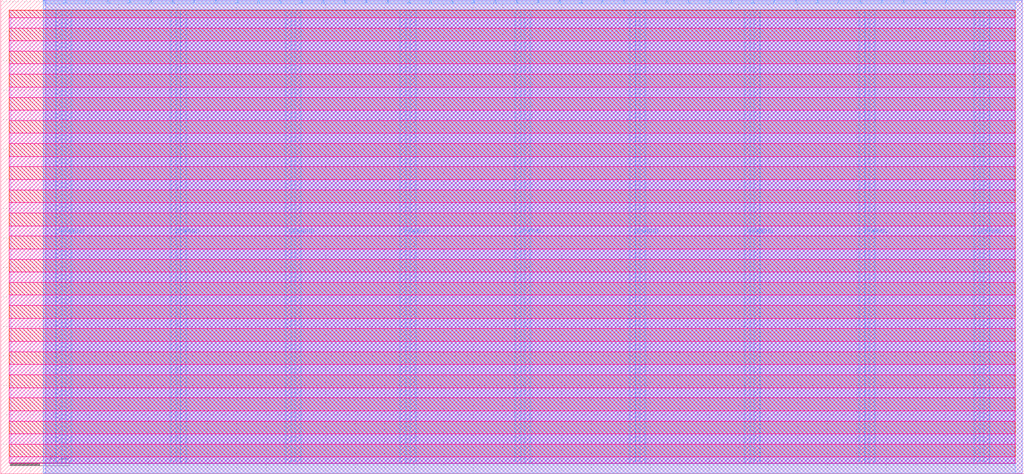
<source format=lef>
VERSION 5.7 ;
  NOWIREEXTENSIONATPIN ON ;
  DIVIDERCHAR "/" ;
  BUSBITCHARS "[]" ;
MACRO tt_um_urish_simon
  CLASS BLOCK ;
  FOREIGN tt_um_urish_simon ;
  ORIGIN 0.000 0.000 ;
  SIZE 346.640 BY 160.720 ;
  PIN VGND
    DIRECTION INOUT ;
    USE GROUND ;
    PORT
      LAYER Metal4 ;
        RECT 22.180 3.620 23.780 157.100 ;
    END
    PORT
      LAYER Metal4 ;
        RECT 61.050 3.620 62.650 157.100 ;
    END
    PORT
      LAYER Metal4 ;
        RECT 99.920 3.620 101.520 157.100 ;
    END
    PORT
      LAYER Metal4 ;
        RECT 138.790 3.620 140.390 157.100 ;
    END
    PORT
      LAYER Metal4 ;
        RECT 177.660 3.620 179.260 157.100 ;
    END
    PORT
      LAYER Metal4 ;
        RECT 216.530 3.620 218.130 157.100 ;
    END
    PORT
      LAYER Metal4 ;
        RECT 255.400 3.620 257.000 157.100 ;
    END
    PORT
      LAYER Metal4 ;
        RECT 294.270 3.620 295.870 157.100 ;
    END
    PORT
      LAYER Metal4 ;
        RECT 333.140 3.620 334.740 157.100 ;
    END
  END VGND
  PIN VPWR
    DIRECTION INOUT ;
    USE POWER ;
    PORT
      LAYER Metal4 ;
        RECT 18.880 3.620 20.480 157.100 ;
    END
    PORT
      LAYER Metal4 ;
        RECT 57.750 3.620 59.350 157.100 ;
    END
    PORT
      LAYER Metal4 ;
        RECT 96.620 3.620 98.220 157.100 ;
    END
    PORT
      LAYER Metal4 ;
        RECT 135.490 3.620 137.090 157.100 ;
    END
    PORT
      LAYER Metal4 ;
        RECT 174.360 3.620 175.960 157.100 ;
    END
    PORT
      LAYER Metal4 ;
        RECT 213.230 3.620 214.830 157.100 ;
    END
    PORT
      LAYER Metal4 ;
        RECT 252.100 3.620 253.700 157.100 ;
    END
    PORT
      LAYER Metal4 ;
        RECT 290.970 3.620 292.570 157.100 ;
    END
    PORT
      LAYER Metal4 ;
        RECT 329.840 3.620 331.440 157.100 ;
    END
  END VPWR
  PIN clk
    DIRECTION INPUT ;
    USE SIGNAL ;
    ANTENNAGATEAREA 0.396000 ;
    PORT
      LAYER Metal4 ;
        RECT 312.890 159.720 313.190 160.720 ;
    END
  END clk
  PIN ena
    DIRECTION INPUT ;
    USE SIGNAL ;
    PORT
      LAYER Metal4 ;
        RECT 320.170 159.720 320.470 160.720 ;
    END
  END ena
  PIN rst_n
    DIRECTION INPUT ;
    USE SIGNAL ;
    ANTENNAGATEAREA 0.396000 ;
    PORT
      LAYER Metal4 ;
        RECT 305.610 159.720 305.910 160.720 ;
    END
  END rst_n
  PIN ui_in[0]
    DIRECTION INPUT ;
    USE SIGNAL ;
    ANTENNAGATEAREA 1.102000 ;
    PORT
      LAYER Metal4 ;
        RECT 298.330 159.720 298.630 160.720 ;
    END
  END ui_in[0]
  PIN ui_in[1]
    DIRECTION INPUT ;
    USE SIGNAL ;
    ANTENNAGATEAREA 0.726000 ;
    PORT
      LAYER Metal4 ;
        RECT 291.050 159.720 291.350 160.720 ;
    END
  END ui_in[1]
  PIN ui_in[2]
    DIRECTION INPUT ;
    USE SIGNAL ;
    ANTENNAGATEAREA 1.102000 ;
    PORT
      LAYER Metal4 ;
        RECT 283.770 159.720 284.070 160.720 ;
    END
  END ui_in[2]
  PIN ui_in[3]
    DIRECTION INPUT ;
    USE SIGNAL ;
    ANTENNAGATEAREA 0.498500 ;
    PORT
      LAYER Metal4 ;
        RECT 276.490 159.720 276.790 160.720 ;
    END
  END ui_in[3]
  PIN ui_in[4]
    DIRECTION INPUT ;
    USE SIGNAL ;
    ANTENNAGATEAREA 1.183000 ;
    PORT
      LAYER Metal4 ;
        RECT 269.210 159.720 269.510 160.720 ;
    END
  END ui_in[4]
  PIN ui_in[5]
    DIRECTION INPUT ;
    USE SIGNAL ;
    PORT
      LAYER Metal4 ;
        RECT 261.930 159.720 262.230 160.720 ;
    END
  END ui_in[5]
  PIN ui_in[6]
    DIRECTION INPUT ;
    USE SIGNAL ;
    PORT
      LAYER Metal4 ;
        RECT 254.650 159.720 254.950 160.720 ;
    END
  END ui_in[6]
  PIN ui_in[7]
    DIRECTION INPUT ;
    USE SIGNAL ;
    ANTENNAGATEAREA 0.498500 ;
    PORT
      LAYER Metal4 ;
        RECT 247.370 159.720 247.670 160.720 ;
    END
  END ui_in[7]
  PIN uio_in[0]
    DIRECTION INPUT ;
    USE SIGNAL ;
    PORT
      LAYER Metal4 ;
        RECT 240.090 159.720 240.390 160.720 ;
    END
  END uio_in[0]
  PIN uio_in[1]
    DIRECTION INPUT ;
    USE SIGNAL ;
    PORT
      LAYER Metal4 ;
        RECT 232.810 159.720 233.110 160.720 ;
    END
  END uio_in[1]
  PIN uio_in[2]
    DIRECTION INPUT ;
    USE SIGNAL ;
    PORT
      LAYER Metal4 ;
        RECT 225.530 159.720 225.830 160.720 ;
    END
  END uio_in[2]
  PIN uio_in[3]
    DIRECTION INPUT ;
    USE SIGNAL ;
    PORT
      LAYER Metal4 ;
        RECT 218.250 159.720 218.550 160.720 ;
    END
  END uio_in[3]
  PIN uio_in[4]
    DIRECTION INPUT ;
    USE SIGNAL ;
    PORT
      LAYER Metal4 ;
        RECT 210.970 159.720 211.270 160.720 ;
    END
  END uio_in[4]
  PIN uio_in[5]
    DIRECTION INPUT ;
    USE SIGNAL ;
    PORT
      LAYER Metal4 ;
        RECT 203.690 159.720 203.990 160.720 ;
    END
  END uio_in[5]
  PIN uio_in[6]
    DIRECTION INPUT ;
    USE SIGNAL ;
    PORT
      LAYER Metal4 ;
        RECT 196.410 159.720 196.710 160.720 ;
    END
  END uio_in[6]
  PIN uio_in[7]
    DIRECTION INPUT ;
    USE SIGNAL ;
    PORT
      LAYER Metal4 ;
        RECT 189.130 159.720 189.430 160.720 ;
    END
  END uio_in[7]
  PIN uio_oe[0]
    DIRECTION OUTPUT ;
    USE SIGNAL ;
    ANTENNADIFFAREA 0.536800 ;
    PORT
      LAYER Metal4 ;
        RECT 65.370 159.720 65.670 160.720 ;
    END
  END uio_oe[0]
  PIN uio_oe[1]
    DIRECTION OUTPUT ;
    USE SIGNAL ;
    ANTENNADIFFAREA 0.536800 ;
    PORT
      LAYER Metal4 ;
        RECT 58.090 159.720 58.390 160.720 ;
    END
  END uio_oe[1]
  PIN uio_oe[2]
    DIRECTION OUTPUT ;
    USE SIGNAL ;
    ANTENNADIFFAREA 0.536800 ;
    PORT
      LAYER Metal4 ;
        RECT 50.810 159.720 51.110 160.720 ;
    END
  END uio_oe[2]
  PIN uio_oe[3]
    DIRECTION OUTPUT ;
    USE SIGNAL ;
    ANTENNADIFFAREA 0.536800 ;
    PORT
      LAYER Metal4 ;
        RECT 43.530 159.720 43.830 160.720 ;
    END
  END uio_oe[3]
  PIN uio_oe[4]
    DIRECTION OUTPUT ;
    USE SIGNAL ;
    ANTENNADIFFAREA 0.536800 ;
    PORT
      LAYER Metal4 ;
        RECT 36.250 159.720 36.550 160.720 ;
    END
  END uio_oe[4]
  PIN uio_oe[5]
    DIRECTION OUTPUT ;
    USE SIGNAL ;
    ANTENNADIFFAREA 0.536800 ;
    PORT
      LAYER Metal4 ;
        RECT 28.970 159.720 29.270 160.720 ;
    END
  END uio_oe[5]
  PIN uio_oe[6]
    DIRECTION OUTPUT ;
    USE SIGNAL ;
    ANTENNADIFFAREA 0.536800 ;
    PORT
      LAYER Metal4 ;
        RECT 21.690 159.720 21.990 160.720 ;
    END
  END uio_oe[6]
  PIN uio_oe[7]
    DIRECTION OUTPUT ;
    USE SIGNAL ;
    ANTENNADIFFAREA 0.360800 ;
    PORT
      LAYER Metal4 ;
        RECT 14.410 159.720 14.710 160.720 ;
    END
  END uio_oe[7]
  PIN uio_out[0]
    DIRECTION OUTPUT ;
    USE SIGNAL ;
    ANTENNADIFFAREA 1.060800 ;
    PORT
      LAYER Metal4 ;
        RECT 123.610 159.720 123.910 160.720 ;
    END
  END uio_out[0]
  PIN uio_out[1]
    DIRECTION OUTPUT ;
    USE SIGNAL ;
    ANTENNADIFFAREA 1.060800 ;
    PORT
      LAYER Metal4 ;
        RECT 116.330 159.720 116.630 160.720 ;
    END
  END uio_out[1]
  PIN uio_out[2]
    DIRECTION OUTPUT ;
    USE SIGNAL ;
    ANTENNADIFFAREA 1.060800 ;
    PORT
      LAYER Metal4 ;
        RECT 109.050 159.720 109.350 160.720 ;
    END
  END uio_out[2]
  PIN uio_out[3]
    DIRECTION OUTPUT ;
    USE SIGNAL ;
    ANTENNADIFFAREA 1.060800 ;
    PORT
      LAYER Metal4 ;
        RECT 101.770 159.720 102.070 160.720 ;
    END
  END uio_out[3]
  PIN uio_out[4]
    DIRECTION OUTPUT ;
    USE SIGNAL ;
    ANTENNADIFFAREA 1.060800 ;
    PORT
      LAYER Metal4 ;
        RECT 94.490 159.720 94.790 160.720 ;
    END
  END uio_out[4]
  PIN uio_out[5]
    DIRECTION OUTPUT ;
    USE SIGNAL ;
    ANTENNADIFFAREA 1.060800 ;
    PORT
      LAYER Metal4 ;
        RECT 87.210 159.720 87.510 160.720 ;
    END
  END uio_out[5]
  PIN uio_out[6]
    DIRECTION OUTPUT ;
    USE SIGNAL ;
    ANTENNADIFFAREA 1.060800 ;
    PORT
      LAYER Metal4 ;
        RECT 79.930 159.720 80.230 160.720 ;
    END
  END uio_out[6]
  PIN uio_out[7]
    DIRECTION OUTPUT ;
    USE SIGNAL ;
    ANTENNADIFFAREA 0.360800 ;
    PORT
      LAYER Metal4 ;
        RECT 72.650 159.720 72.950 160.720 ;
    END
  END uio_out[7]
  PIN uo_out[0]
    DIRECTION OUTPUT ;
    USE SIGNAL ;
    ANTENNAGATEAREA 1.102000 ;
    ANTENNADIFFAREA 2.604400 ;
    PORT
      LAYER Metal4 ;
        RECT 181.850 159.720 182.150 160.720 ;
    END
  END uo_out[0]
  PIN uo_out[1]
    DIRECTION OUTPUT ;
    USE SIGNAL ;
    ANTENNAGATEAREA 1.102000 ;
    ANTENNADIFFAREA 2.604400 ;
    PORT
      LAYER Metal4 ;
        RECT 174.570 159.720 174.870 160.720 ;
    END
  END uo_out[1]
  PIN uo_out[2]
    DIRECTION OUTPUT ;
    USE SIGNAL ;
    ANTENNAGATEAREA 1.102000 ;
    ANTENNADIFFAREA 2.604400 ;
    PORT
      LAYER Metal4 ;
        RECT 167.290 159.720 167.590 160.720 ;
    END
  END uo_out[2]
  PIN uo_out[3]
    DIRECTION OUTPUT ;
    USE SIGNAL ;
    ANTENNAGATEAREA 1.102000 ;
    ANTENNADIFFAREA 2.604400 ;
    PORT
      LAYER Metal4 ;
        RECT 160.010 159.720 160.310 160.720 ;
    END
  END uo_out[3]
  PIN uo_out[4]
    DIRECTION OUTPUT ;
    USE SIGNAL ;
    ANTENNADIFFAREA 1.986000 ;
    PORT
      LAYER Metal4 ;
        RECT 152.730 159.720 153.030 160.720 ;
    END
  END uo_out[4]
  PIN uo_out[5]
    DIRECTION OUTPUT ;
    USE SIGNAL ;
    ANTENNADIFFAREA 1.060800 ;
    PORT
      LAYER Metal4 ;
        RECT 145.450 159.720 145.750 160.720 ;
    END
  END uo_out[5]
  PIN uo_out[6]
    DIRECTION OUTPUT ;
    USE SIGNAL ;
    ANTENNADIFFAREA 1.060800 ;
    PORT
      LAYER Metal4 ;
        RECT 138.170 159.720 138.470 160.720 ;
    END
  END uo_out[6]
  PIN uo_out[7]
    DIRECTION OUTPUT ;
    USE SIGNAL ;
    ANTENNADIFFAREA 1.986000 ;
    PORT
      LAYER Metal4 ;
        RECT 130.890 159.720 131.190 160.720 ;
    END
  END uo_out[7]
  OBS
      LAYER Nwell ;
        RECT 2.930 154.640 343.710 157.230 ;
      LAYER Pwell ;
        RECT 2.930 151.120 343.710 154.640 ;
      LAYER Nwell ;
        RECT 2.930 146.800 343.710 151.120 ;
      LAYER Pwell ;
        RECT 2.930 143.280 343.710 146.800 ;
      LAYER Nwell ;
        RECT 2.930 138.960 343.710 143.280 ;
      LAYER Pwell ;
        RECT 2.930 135.440 343.710 138.960 ;
      LAYER Nwell ;
        RECT 2.930 131.120 343.710 135.440 ;
      LAYER Pwell ;
        RECT 2.930 127.600 343.710 131.120 ;
      LAYER Nwell ;
        RECT 2.930 123.280 343.710 127.600 ;
      LAYER Pwell ;
        RECT 2.930 119.760 343.710 123.280 ;
      LAYER Nwell ;
        RECT 2.930 115.440 343.710 119.760 ;
      LAYER Pwell ;
        RECT 2.930 111.920 343.710 115.440 ;
      LAYER Nwell ;
        RECT 2.930 107.600 343.710 111.920 ;
      LAYER Pwell ;
        RECT 2.930 104.080 343.710 107.600 ;
      LAYER Nwell ;
        RECT 2.930 99.760 343.710 104.080 ;
      LAYER Pwell ;
        RECT 2.930 96.240 343.710 99.760 ;
      LAYER Nwell ;
        RECT 2.930 91.920 343.710 96.240 ;
      LAYER Pwell ;
        RECT 2.930 88.400 343.710 91.920 ;
      LAYER Nwell ;
        RECT 2.930 84.080 343.710 88.400 ;
      LAYER Pwell ;
        RECT 2.930 80.560 343.710 84.080 ;
      LAYER Nwell ;
        RECT 2.930 76.240 343.710 80.560 ;
      LAYER Pwell ;
        RECT 2.930 72.720 343.710 76.240 ;
      LAYER Nwell ;
        RECT 2.930 68.400 343.710 72.720 ;
      LAYER Pwell ;
        RECT 2.930 64.880 343.710 68.400 ;
      LAYER Nwell ;
        RECT 2.930 60.560 343.710 64.880 ;
      LAYER Pwell ;
        RECT 2.930 57.040 343.710 60.560 ;
      LAYER Nwell ;
        RECT 2.930 52.720 343.710 57.040 ;
      LAYER Pwell ;
        RECT 2.930 49.200 343.710 52.720 ;
      LAYER Nwell ;
        RECT 2.930 44.880 343.710 49.200 ;
      LAYER Pwell ;
        RECT 2.930 41.360 343.710 44.880 ;
      LAYER Nwell ;
        RECT 2.930 37.040 343.710 41.360 ;
      LAYER Pwell ;
        RECT 2.930 33.520 343.710 37.040 ;
      LAYER Nwell ;
        RECT 2.930 29.200 343.710 33.520 ;
      LAYER Pwell ;
        RECT 2.930 25.680 343.710 29.200 ;
      LAYER Nwell ;
        RECT 2.930 21.360 343.710 25.680 ;
      LAYER Pwell ;
        RECT 2.930 17.840 343.710 21.360 ;
      LAYER Nwell ;
        RECT 2.930 13.520 343.710 17.840 ;
      LAYER Pwell ;
        RECT 2.930 10.000 343.710 13.520 ;
      LAYER Nwell ;
        RECT 2.930 5.680 343.710 10.000 ;
      LAYER Pwell ;
        RECT 2.930 3.490 343.710 5.680 ;
      LAYER Metal1 ;
        RECT 3.360 3.620 343.280 157.100 ;
      LAYER Metal2 ;
        RECT 15.260 0.090 345.940 160.630 ;
      LAYER Metal3 ;
        RECT 14.370 0.140 345.990 160.580 ;
      LAYER Metal4 ;
        RECT 15.010 159.420 21.390 160.070 ;
        RECT 22.290 159.420 28.670 160.070 ;
        RECT 29.570 159.420 35.950 160.070 ;
        RECT 36.850 159.420 43.230 160.070 ;
        RECT 44.130 159.420 50.510 160.070 ;
        RECT 51.410 159.420 57.790 160.070 ;
        RECT 58.690 159.420 65.070 160.070 ;
        RECT 65.970 159.420 72.350 160.070 ;
        RECT 73.250 159.420 79.630 160.070 ;
        RECT 80.530 159.420 86.910 160.070 ;
        RECT 87.810 159.420 94.190 160.070 ;
        RECT 95.090 159.420 101.470 160.070 ;
        RECT 102.370 159.420 108.750 160.070 ;
        RECT 109.650 159.420 116.030 160.070 ;
        RECT 116.930 159.420 123.310 160.070 ;
        RECT 124.210 159.420 130.590 160.070 ;
        RECT 131.490 159.420 137.870 160.070 ;
        RECT 138.770 159.420 145.150 160.070 ;
        RECT 146.050 159.420 152.430 160.070 ;
        RECT 153.330 159.420 159.710 160.070 ;
        RECT 160.610 159.420 166.990 160.070 ;
        RECT 167.890 159.420 174.270 160.070 ;
        RECT 175.170 159.420 181.550 160.070 ;
        RECT 182.450 159.420 188.830 160.070 ;
        RECT 189.730 159.420 196.110 160.070 ;
        RECT 197.010 159.420 203.390 160.070 ;
        RECT 204.290 159.420 210.670 160.070 ;
        RECT 211.570 159.420 217.950 160.070 ;
        RECT 218.850 159.420 225.230 160.070 ;
        RECT 226.130 159.420 232.510 160.070 ;
        RECT 233.410 159.420 239.790 160.070 ;
        RECT 240.690 159.420 247.070 160.070 ;
        RECT 247.970 159.420 254.350 160.070 ;
        RECT 255.250 159.420 261.630 160.070 ;
        RECT 262.530 159.420 268.910 160.070 ;
        RECT 269.810 159.420 276.190 160.070 ;
        RECT 277.090 159.420 283.470 160.070 ;
        RECT 284.370 159.420 290.750 160.070 ;
        RECT 291.650 159.420 298.030 160.070 ;
        RECT 298.930 159.420 305.310 160.070 ;
        RECT 306.210 159.420 312.590 160.070 ;
        RECT 313.490 159.420 319.870 160.070 ;
        RECT 320.770 159.420 343.700 160.070 ;
        RECT 14.420 157.400 343.700 159.420 ;
        RECT 14.420 3.320 18.580 157.400 ;
        RECT 20.780 3.320 21.880 157.400 ;
        RECT 24.080 3.320 57.450 157.400 ;
        RECT 59.650 3.320 60.750 157.400 ;
        RECT 62.950 3.320 96.320 157.400 ;
        RECT 98.520 3.320 99.620 157.400 ;
        RECT 101.820 3.320 135.190 157.400 ;
        RECT 137.390 3.320 138.490 157.400 ;
        RECT 140.690 3.320 174.060 157.400 ;
        RECT 176.260 3.320 177.360 157.400 ;
        RECT 179.560 3.320 212.930 157.400 ;
        RECT 215.130 3.320 216.230 157.400 ;
        RECT 218.430 3.320 251.800 157.400 ;
        RECT 254.000 3.320 255.100 157.400 ;
        RECT 257.300 3.320 290.670 157.400 ;
        RECT 292.870 3.320 293.970 157.400 ;
        RECT 296.170 3.320 329.540 157.400 ;
        RECT 331.740 3.320 332.840 157.400 ;
        RECT 335.040 3.320 343.700 157.400 ;
        RECT 14.420 0.090 343.700 3.320 ;
  END
END tt_um_urish_simon
END LIBRARY


</source>
